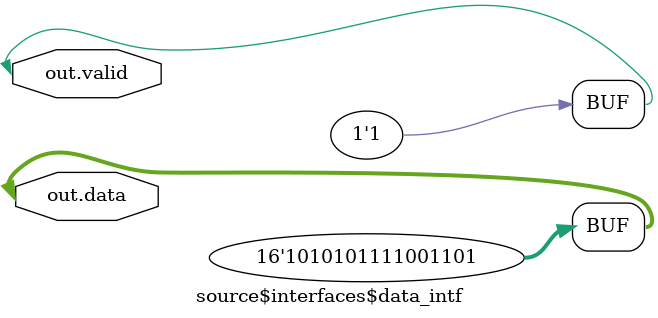
<source format=sv>
interface data_intf;
  logic [15:0] data;
  logic valid;
endinterface

module source(data_intf out);
  always_comb begin
    out.data = 16'hABCD;
    out.valid = 1'b1;
  end
endmodule

module sink(data_intf in);
  logic [15:0] captured;
  
  always_comb begin
    if (in.valid) begin
      captured = in.data;
    end
  end
endmodule

module top;
  data_intf channel();
  
  source src(.out(channel));
  sink snk(.in(channel));
endmodule


</source>
